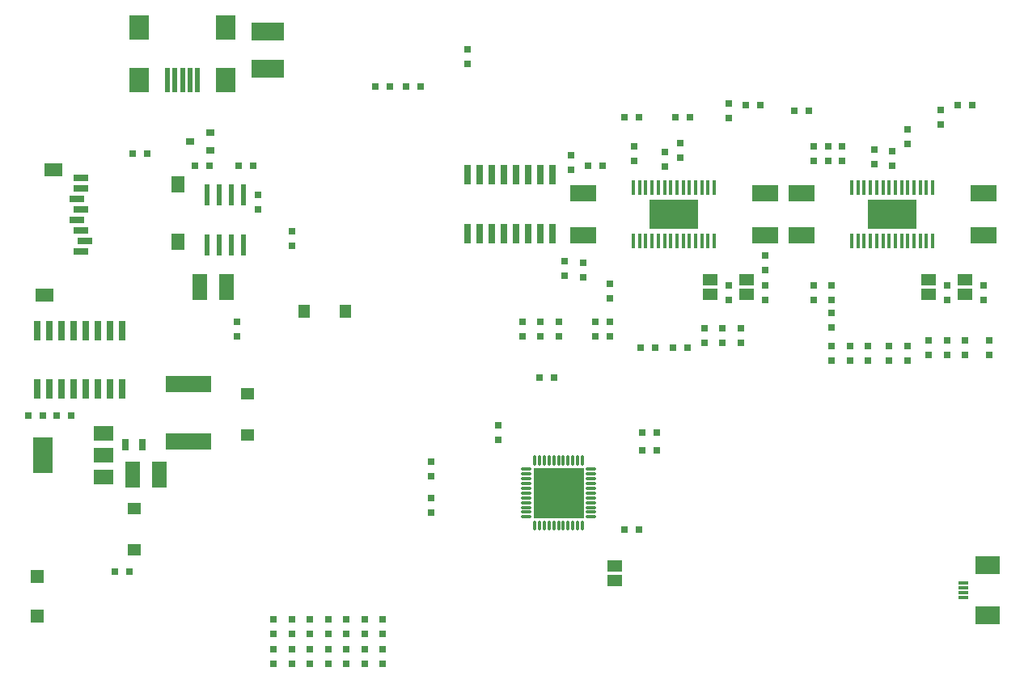
<source format=gtp>
G75*
G70*
%OFA0B0*%
%FSLAX24Y24*%
%IPPOS*%
%LPD*%
%AMOC8*
5,1,8,0,0,1.08239X$1,22.5*
%
%ADD10C,0.0118*%
%ADD11R,0.2067X0.2067*%
%ADD12R,0.0630X0.0460*%
%ADD13R,0.0197X0.0984*%
%ADD14R,0.0787X0.0984*%
%ADD15R,0.0354X0.0315*%
%ADD16R,0.1339X0.0748*%
%ADD17R,0.0579X0.0500*%
%ADD18R,0.0500X0.0579*%
%ADD19R,0.0300X0.0300*%
%ADD20R,0.0433X0.0118*%
%ADD21R,0.1024X0.0728*%
%ADD22R,0.0790X0.0590*%
%ADD23R,0.0790X0.1500*%
%ADD24R,0.0260X0.0800*%
%ADD25R,0.0591X0.0276*%
%ADD26R,0.0551X0.0709*%
%ADD27R,0.0748X0.0551*%
%ADD28R,0.0240X0.0870*%
%ADD29R,0.1850X0.0689*%
%ADD30R,0.0630X0.1063*%
%ADD31R,0.0315X0.0472*%
%ADD32R,0.0118X0.0630*%
%ADD33R,0.2039X0.1220*%
%ADD34R,0.1063X0.0709*%
%ADD35R,0.0551X0.0551*%
D10*
X022251Y007696D02*
X022545Y007696D01*
X022545Y007893D02*
X022251Y007893D01*
X022251Y008089D02*
X022545Y008089D01*
X022545Y008286D02*
X022251Y008286D01*
X022251Y008483D02*
X022545Y008483D01*
X022545Y008680D02*
X022251Y008680D01*
X022251Y008877D02*
X022545Y008877D01*
X022545Y009074D02*
X022251Y009074D01*
X022251Y009271D02*
X022545Y009271D01*
X022545Y009467D02*
X022251Y009467D01*
X022251Y009664D02*
X022545Y009664D01*
X022753Y009872D02*
X022753Y010166D01*
X022949Y010166D02*
X022949Y009872D01*
X023146Y009872D02*
X023146Y010166D01*
X023343Y010166D02*
X023343Y009872D01*
X023540Y009872D02*
X023540Y010166D01*
X023737Y010166D02*
X023737Y009872D01*
X023934Y009872D02*
X023934Y010166D01*
X024131Y010166D02*
X024131Y009872D01*
X024327Y009872D02*
X024327Y010166D01*
X024524Y010166D02*
X024524Y009872D01*
X024721Y009872D02*
X024721Y010166D01*
X024928Y009664D02*
X025222Y009664D01*
X025222Y009467D02*
X024928Y009467D01*
X024928Y009271D02*
X025222Y009271D01*
X025222Y009074D02*
X024928Y009074D01*
X024928Y008877D02*
X025222Y008877D01*
X025222Y008680D02*
X024928Y008680D01*
X024928Y008483D02*
X025222Y008483D01*
X025222Y008286D02*
X024928Y008286D01*
X024928Y008089D02*
X025222Y008089D01*
X025222Y007893D02*
X024928Y007893D01*
X024928Y007696D02*
X025222Y007696D01*
X024721Y007488D02*
X024721Y007194D01*
X024524Y007194D02*
X024524Y007488D01*
X024327Y007488D02*
X024327Y007194D01*
X024131Y007194D02*
X024131Y007488D01*
X023934Y007488D02*
X023934Y007194D01*
X023737Y007194D02*
X023737Y007488D01*
X023540Y007488D02*
X023540Y007194D01*
X023343Y007194D02*
X023343Y007488D01*
X023146Y007488D02*
X023146Y007194D01*
X022949Y007194D02*
X022949Y007488D01*
X022753Y007488D02*
X022753Y007194D01*
D11*
X023737Y008680D03*
D12*
X026049Y005668D03*
X026049Y005068D03*
X029987Y016880D03*
X029987Y017480D03*
X031487Y017480D03*
X031487Y016880D03*
X038987Y016880D03*
X038987Y017480D03*
X040487Y017480D03*
X040487Y016880D03*
D13*
X008867Y025696D03*
X008552Y025696D03*
X008237Y025696D03*
X007922Y025696D03*
X007607Y025696D03*
D14*
X006465Y025696D03*
X006465Y027861D03*
X010009Y027861D03*
X010009Y025696D03*
D15*
X009381Y023554D03*
X009381Y022806D03*
X008554Y023180D03*
D16*
X011737Y026162D03*
X011737Y027698D03*
D17*
X010924Y012776D03*
X010924Y011084D03*
X006237Y008026D03*
X006237Y006334D03*
D18*
X013265Y016180D03*
X014958Y016180D03*
D19*
X012737Y018880D03*
X012737Y019480D03*
X011362Y020380D03*
X011362Y020980D03*
X011162Y022180D03*
X010562Y022180D03*
X009349Y022180D03*
X008749Y022180D03*
X006787Y022680D03*
X006187Y022680D03*
X016187Y025430D03*
X016787Y025430D03*
X017437Y025430D03*
X018037Y025430D03*
X019987Y026380D03*
X019987Y026980D03*
X026437Y024180D03*
X027037Y024180D03*
X026862Y022980D03*
X026862Y022380D03*
X028112Y022130D03*
X028737Y022505D03*
X028112Y022730D03*
X028737Y023105D03*
X028562Y024180D03*
X029162Y024180D03*
X030737Y024130D03*
X030737Y024730D03*
X031437Y024680D03*
X032037Y024680D03*
X033437Y024430D03*
X034037Y024430D03*
X034237Y022980D03*
X034862Y022980D03*
X035424Y022980D03*
X035424Y022380D03*
X034862Y022380D03*
X034237Y022380D03*
X036737Y022255D03*
X036737Y022855D03*
X037487Y022761D03*
X038112Y023068D03*
X038112Y023668D03*
X039487Y023880D03*
X039487Y024480D03*
X040187Y024680D03*
X040787Y024680D03*
X037487Y022161D03*
X032237Y018480D03*
X032237Y017880D03*
X032237Y017230D03*
X032237Y016630D03*
X030737Y016630D03*
X030737Y017230D03*
X030487Y015480D03*
X031237Y015480D03*
X031237Y014880D03*
X030487Y014880D03*
X029737Y014880D03*
X029037Y014680D03*
X028437Y014680D03*
X027724Y014680D03*
X027124Y014680D03*
X025862Y015130D03*
X025237Y015130D03*
X025237Y015730D03*
X025862Y015730D03*
X025862Y016693D03*
X025862Y017293D03*
X024737Y017568D03*
X024737Y018168D03*
X023987Y018230D03*
X023987Y017630D03*
X023737Y015730D03*
X022987Y015730D03*
X022987Y015130D03*
X023737Y015130D03*
X022237Y015130D03*
X022237Y015730D03*
X022937Y013430D03*
X023537Y013430D03*
X021237Y011480D03*
X021237Y010880D03*
X018487Y009980D03*
X018487Y009380D03*
X018487Y008480D03*
X018487Y007880D03*
X016487Y003480D03*
X016487Y002880D03*
X016487Y002230D03*
X016487Y001630D03*
X015737Y001630D03*
X014987Y001630D03*
X014987Y002230D03*
X015737Y002230D03*
X015737Y002880D03*
X014987Y002880D03*
X014987Y003480D03*
X015737Y003480D03*
X014237Y003480D03*
X014237Y002880D03*
X014237Y002230D03*
X014237Y001630D03*
X013487Y001630D03*
X012737Y001630D03*
X012737Y002230D03*
X013487Y002230D03*
X013487Y002880D03*
X012737Y002880D03*
X012737Y003480D03*
X013487Y003480D03*
X011987Y003480D03*
X011987Y002880D03*
X011987Y002230D03*
X011987Y001630D03*
X006037Y005430D03*
X005437Y005430D03*
X003662Y011868D03*
X003062Y011868D03*
X002474Y011868D03*
X001874Y011868D03*
X010487Y015130D03*
X010487Y015730D03*
X024237Y022005D03*
X024237Y022605D03*
X024937Y022180D03*
X025537Y022180D03*
X034237Y017230D03*
X034987Y017230D03*
X034987Y016630D03*
X034237Y016630D03*
X034987Y016105D03*
X034987Y015505D03*
X034987Y014730D03*
X034987Y014130D03*
X035737Y014130D03*
X035737Y014730D03*
X036487Y014730D03*
X036487Y014130D03*
X037362Y014130D03*
X038112Y014130D03*
X038112Y014730D03*
X037362Y014730D03*
X038987Y014980D03*
X038987Y014380D03*
X039737Y014380D03*
X040487Y014380D03*
X040487Y014980D03*
X039737Y014980D03*
X041487Y014980D03*
X041487Y014380D03*
X041237Y016630D03*
X041237Y017230D03*
X039737Y017230D03*
X039737Y016630D03*
X029737Y015480D03*
X027787Y011180D03*
X027187Y011180D03*
X027187Y010430D03*
X027787Y010430D03*
X027037Y007180D03*
X026437Y007180D03*
D20*
X040404Y004975D03*
X040404Y004778D03*
X040404Y004582D03*
X040404Y004385D03*
D21*
X041408Y003656D03*
X041408Y005704D03*
D22*
X004977Y009353D03*
X004977Y010253D03*
X004977Y011153D03*
D23*
X002497Y010243D03*
D24*
X002737Y012970D03*
X003237Y012970D03*
X003737Y012970D03*
X004237Y012970D03*
X004737Y012970D03*
X005237Y012970D03*
X005737Y012970D03*
X005737Y015390D03*
X005237Y015390D03*
X004737Y015390D03*
X004237Y015390D03*
X003737Y015390D03*
X003237Y015390D03*
X002737Y015390D03*
X002237Y015390D03*
X002237Y012970D03*
X019987Y019376D03*
X020487Y019376D03*
X020987Y019376D03*
X021487Y019376D03*
X021987Y019376D03*
X022487Y019376D03*
X022987Y019376D03*
X023487Y019376D03*
X023487Y021796D03*
X022987Y021796D03*
X022487Y021796D03*
X021987Y021796D03*
X021487Y021796D03*
X020987Y021796D03*
X020487Y021796D03*
X019987Y021796D03*
D25*
X004205Y019070D03*
X004048Y018637D03*
X004048Y019503D03*
X003890Y019936D03*
X004048Y020369D03*
X003890Y020802D03*
X004048Y021235D03*
X004048Y021668D03*
D26*
X008064Y021393D03*
X008064Y019030D03*
D27*
X002906Y022023D03*
X002552Y016826D03*
D28*
X009237Y018900D03*
X009737Y018900D03*
X010237Y018900D03*
X010737Y018900D03*
X010737Y020960D03*
X010237Y020960D03*
X009737Y020960D03*
X009237Y020960D03*
D29*
X008487Y013180D03*
X008487Y010798D03*
D30*
X007288Y009430D03*
X006186Y009430D03*
X008936Y017180D03*
X010038Y017180D03*
D31*
X006591Y010680D03*
X005883Y010680D03*
D32*
X026823Y019078D03*
X027079Y019078D03*
X027335Y019078D03*
X027591Y019078D03*
X027847Y019078D03*
X028103Y019078D03*
X028359Y019078D03*
X028615Y019078D03*
X028871Y019078D03*
X029127Y019078D03*
X029383Y019078D03*
X029638Y019078D03*
X029894Y019078D03*
X030150Y019078D03*
X030150Y021282D03*
X029894Y021282D03*
X029638Y021282D03*
X029383Y021282D03*
X029127Y021282D03*
X028871Y021282D03*
X028615Y021282D03*
X028359Y021282D03*
X028103Y021282D03*
X027847Y021282D03*
X027591Y021282D03*
X027335Y021282D03*
X027079Y021282D03*
X026823Y021282D03*
X035823Y021282D03*
X036079Y021282D03*
X036335Y021282D03*
X036591Y021282D03*
X036847Y021282D03*
X037103Y021282D03*
X037359Y021282D03*
X037615Y021282D03*
X037871Y021282D03*
X038127Y021282D03*
X038383Y021282D03*
X038638Y021282D03*
X038894Y021282D03*
X039150Y021282D03*
X039150Y019078D03*
X038894Y019078D03*
X038638Y019078D03*
X038383Y019078D03*
X038127Y019078D03*
X037871Y019078D03*
X037615Y019078D03*
X037359Y019078D03*
X037103Y019078D03*
X036847Y019078D03*
X036591Y019078D03*
X036335Y019078D03*
X036079Y019078D03*
X035823Y019078D03*
D33*
X037487Y020180D03*
X028487Y020180D03*
D34*
X032237Y019314D03*
X033737Y019314D03*
X033737Y021046D03*
X032237Y021046D03*
X024737Y021046D03*
X024737Y019314D03*
X041237Y019314D03*
X041237Y021046D03*
D35*
X002237Y003623D03*
X002237Y005237D03*
M02*

</source>
